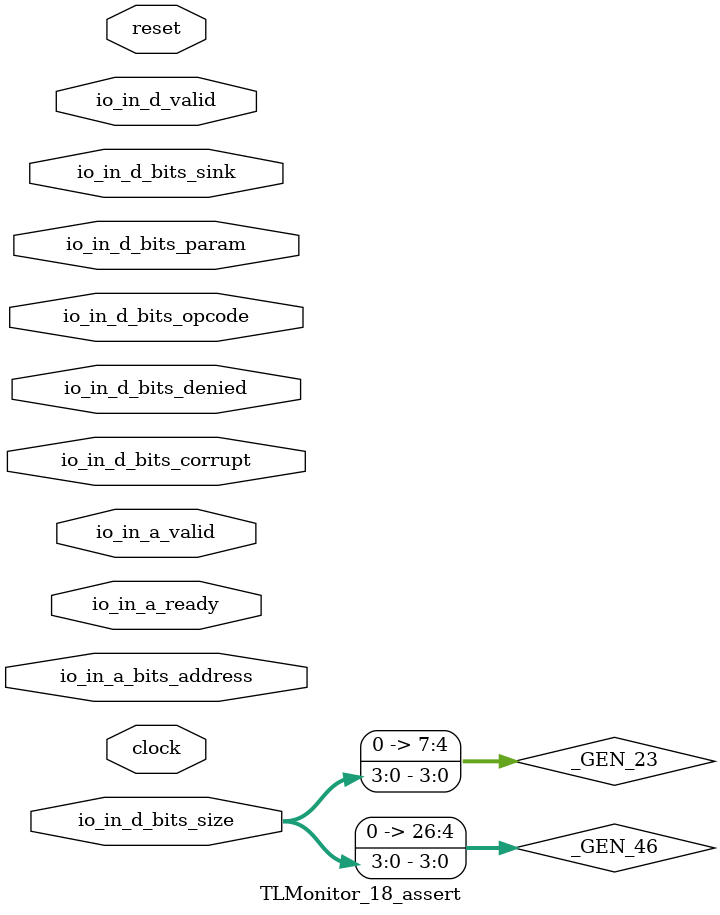
<source format=sv>

`ifndef PRINTF_COND_
  `ifdef PRINTF_COND
    `define PRINTF_COND_ (`PRINTF_COND)
  `else  // PRINTF_COND
    `define PRINTF_COND_ 1
  `endif // PRINTF_COND
`endif // not def PRINTF_COND_

// VCS coverage exclude_file
module TLMonitor_18_assert(
  input [28:0] io_in_a_bits_address,
  input [2:0]  io_in_d_bits_opcode,
  input [3:0]  io_in_d_bits_size,
  input [1:0]  io_in_d_bits_param,
  input        io_in_d_bits_corrupt,
               io_in_d_bits_denied,
               clock,
               reset,
               io_in_a_ready,
               io_in_a_valid,
               io_in_d_valid,
               io_in_d_bits_sink
);

  wire [31:0] _plusarg_reader_1_out;
  wire [31:0] _plusarg_reader_out;
  wire        mask_eq_2 = ~(io_in_a_bits_address[2]) & ~(io_in_a_bits_address[1]);
  wire        mask_eq_3 = ~(io_in_a_bits_address[2]) & io_in_a_bits_address[1];
  wire        mask_eq_4 = io_in_a_bits_address[2] & ~(io_in_a_bits_address[1]);
  wire        mask_eq_5 = io_in_a_bits_address[2] & io_in_a_bits_address[1];
  wire        _GEN = {io_in_a_bits_address[2] | mask_eq_5 & io_in_a_bits_address[0], io_in_a_bits_address[2] | mask_eq_5 & ~(io_in_a_bits_address[0]), io_in_a_bits_address[2] | mask_eq_4 & io_in_a_bits_address[0], io_in_a_bits_address[2] | mask_eq_4 & ~(io_in_a_bits_address[0]), ~(io_in_a_bits_address[2]) | mask_eq_3 & io_in_a_bits_address[0], ~(io_in_a_bits_address[2]) | mask_eq_3 & ~(io_in_a_bits_address[0]), ~(io_in_a_bits_address[2]) | mask_eq_2 & io_in_a_bits_address[0], ~(io_in_a_bits_address[2]) | mask_eq_2 & ~(io_in_a_bits_address[0])} == 8'hF;
  wire        _GEN_0 = {io_in_a_bits_address[28:14], ~(io_in_a_bits_address[13:12])} == 17'h0 | {io_in_a_bits_address[28:15], io_in_a_bits_address[13:12]} == 16'h0 | {io_in_a_bits_address[28:21], io_in_a_bits_address[20:17] ^ 4'h8, io_in_a_bits_address[15:12]} == 16'h0 | {io_in_a_bits_address[28:26], io_in_a_bits_address[25:16] ^ 10'h200} == 13'h0 | {io_in_a_bits_address[28:26], io_in_a_bits_address[25:12] ^ 14'h2010} == 17'h0 | {io_in_a_bits_address[28], ~(io_in_a_bits_address[27:26])} == 3'h0 | io_in_a_bits_address[28:12] == 17'h10020;
  wire        _GEN_1 = io_in_d_bits_opcode != 3'h7;
  wire        d_release_ack = io_in_d_bits_opcode == 3'h6;
  wire        _GEN_2 = io_in_d_bits_size > 4'h2;
  wire        _GEN_3 = io_in_d_bits_param != 2'h3;
  wire        _GEN_4 = io_in_d_bits_param != 2'h2;
  wire        _GEN_5 = ~io_in_d_bits_denied | io_in_d_bits_corrupt;
  wire        _GEN_6 = io_in_d_bits_opcode == 3'h0;
  wire        _a_first_T_1 = io_in_a_ready & io_in_a_valid;
  reg  [8:0]  a_first_counter;
  reg  [2:0]  opcode;
  reg  [2:0]  param;
  reg  [3:0]  size;
  reg         source;
  reg  [28:0] address;
  wire        _GEN_7 = size == 4'h2;
  wire        _GEN_8 = io_in_a_bits_address == address;
  reg  [8:0]  d_first_counter;
  reg  [2:0]  opcode_1;
  reg  [1:0]  param_1;
  reg  [3:0]  size_1;
  reg         source_1;
  reg         sink;
  reg         denied;
  wire        _GEN_9 = io_in_d_bits_opcode == opcode_1;
  wire        _GEN_10 = io_in_d_bits_param == param_1;
  wire        _GEN_11 = io_in_d_bits_size == size_1;
  wire        _GEN_12 = io_in_d_bits_sink == sink;
  wire        _GEN_13 = io_in_d_bits_denied == denied;
  reg         inflight;
  reg  [3:0]  inflight_opcodes;
  reg  [7:0]  inflight_sizes;
  reg  [8:0]  a_first_counter_1;
  wire        a_first_1 = a_first_counter_1 == 9'h0;
  reg  [8:0]  d_first_counter_1;
  wire        d_first_1 = d_first_counter_1 == 9'h0;
  wire        _same_cycle_resp_T_1 = io_in_a_valid & a_first_1;
  wire        _GEN_14 = _a_first_T_1 & a_first_1;
  wire        _GEN_15 = io_in_d_valid & d_first_1;
  wire        _GEN_16 = _GEN_15 & ~d_release_ack;
  wire        _GEN_17 = inflight | _same_cycle_resp_T_1;
  wire        _GEN_18 = io_in_d_bits_size == 4'h2;
  wire        _GEN_19 = inflight_opcodes[3:1] == 3'h4 | inflight_opcodes[3:1] == 3'h3 | inflight_opcodes[3:1] == 3'h2;
  wire        _GEN_20 = inflight_opcodes[3:1] == 3'h5;
  wire        _GEN_21 = inflight_opcodes[3:1] == 3'h6;
  wire        _GEN_22 = io_in_d_bits_opcode == ((&(inflight_opcodes[3:1])) | _GEN_21 ? 3'h4 : _GEN_20 ? 3'h2 : {2'h0, _GEN_19}) | io_in_d_bits_opcode == ((&(inflight_opcodes[3:1])) ? 3'h4 : _GEN_21 ? 3'h5 : _GEN_20 ? 3'h2 : {2'h0, _GEN_19});
  wire [7:0]  _GEN_23 = {4'h0, io_in_d_bits_size};
  wire        _GEN_24 = _GEN_23 == {1'h0, inflight_sizes[7:1]};
  wire        _GEN_25 = _same_cycle_resp_T_1 != _GEN_16 | ~_same_cycle_resp_T_1;
  reg  [31:0] watchdog;
  wire        _GEN_26 = ~inflight | _plusarg_reader_out == 32'h0 | watchdog < _plusarg_reader_out;
  reg         inflight_1;
  reg  [7:0]  inflight_sizes_1;
  reg  [8:0]  d_first_counter_2;
  wire        d_first_2 = d_first_counter_2 == 9'h0;
  wire        _GEN_27 = io_in_d_valid & d_first_2 & d_release_ack;
  wire        _GEN_28 = _GEN_23 == {1'h0, inflight_sizes_1[7:1]};
  reg  [31:0] watchdog_1;
  wire        _GEN_29 = ~inflight_1 | _plusarg_reader_1_out == 32'h0 | watchdog_1 < _plusarg_reader_1_out;
  wire        _GEN_30 = io_in_a_valid & ~reset;
  wire        _GEN_31 = io_in_d_valid & ~reset;
  wire        _GEN_32 = io_in_d_valid & d_release_ack & ~reset;
  wire        _GEN_33 = io_in_d_valid & io_in_d_bits_opcode == 3'h4 & ~reset;
  wire        _GEN_34 = io_in_d_valid & io_in_d_bits_opcode == 3'h5 & ~reset;
  wire        _GEN_35 = io_in_d_valid & _GEN_6 & ~reset;
  wire        _GEN_36 = io_in_d_valid & io_in_d_bits_opcode == 3'h1 & ~reset;
  wire        _GEN_37 = io_in_d_valid & io_in_d_bits_opcode == 3'h2 & ~reset;
  wire        _GEN_38 = io_in_a_valid & (|a_first_counter) & ~reset;
  wire        _GEN_39 = io_in_d_valid & (|d_first_counter) & ~reset;
  wire        _GEN_40 = _GEN_14 & ~reset;
  wire        _GEN_41 = _GEN_16 & ~reset;
  wire        _GEN_42 = _GEN_16 & _same_cycle_resp_T_1 & ~reset;
  wire        _GEN_43 = _GEN_16 & ~_same_cycle_resp_T_1 & ~reset;
  wire        _GEN_44 = _GEN_15 & a_first_1 & io_in_a_valid & ~d_release_ack & ~reset;
  wire        _GEN_45 = _GEN_27 & ~reset;
  `ifndef SYNTHESIS
    always @(posedge clock) begin
      if ((`PRINTF_COND_) & _GEN_30 & ~_GEN_0)
        $fwrite(32'h80000002, "Assertion failed: 'A' channel carries PutFull type which is unexpected using diplomatic parameters (connected at generators/rocket-chip/src/main/scala/tilelink/BusWrapper.scala:90:33)\n    at Monitor.scala:42 assert(cond, message)\n");
      if ((`PRINTF_COND_) & _GEN_30 & (|(io_in_a_bits_address[1:0])))
        $fwrite(32'h80000002, "Assertion failed: 'A' channel PutFull address not aligned to size (connected at generators/rocket-chip/src/main/scala/tilelink/BusWrapper.scala:90:33)\n    at Monitor.scala:42 assert(cond, message)\n");
      if ((`PRINTF_COND_) & _GEN_30 & ~_GEN)
        $fwrite(32'h80000002, "Assertion failed: 'A' channel PutFull contains invalid mask (connected at generators/rocket-chip/src/main/scala/tilelink/BusWrapper.scala:90:33)\n    at Monitor.scala:42 assert(cond, message)\n");
      if ((`PRINTF_COND_) & _GEN_31 & ~_GEN_1)
        $fwrite(32'h80000002, "Assertion failed: 'D' channel has invalid opcode (connected at generators/rocket-chip/src/main/scala/tilelink/BusWrapper.scala:90:33)\n    at Monitor.scala:49 assert(cond, message)\n");
      if ((`PRINTF_COND_) & _GEN_32 & ~_GEN_2)
        $fwrite(32'h80000002, "Assertion failed: 'D' channel ReleaseAck smaller than a beat (connected at generators/rocket-chip/src/main/scala/tilelink/BusWrapper.scala:90:33)\n    at Monitor.scala:49 assert(cond, message)\n");
      if ((`PRINTF_COND_) & _GEN_32 & (|io_in_d_bits_param))
        $fwrite(32'h80000002, "Assertion failed: 'D' channel ReleaseeAck carries invalid param (connected at generators/rocket-chip/src/main/scala/tilelink/BusWrapper.scala:90:33)\n    at Monitor.scala:49 assert(cond, message)\n");
      if ((`PRINTF_COND_) & _GEN_32 & io_in_d_bits_corrupt)
        $fwrite(32'h80000002, "Assertion failed: 'D' channel ReleaseAck is corrupt (connected at generators/rocket-chip/src/main/scala/tilelink/BusWrapper.scala:90:33)\n    at Monitor.scala:49 assert(cond, message)\n");
      if ((`PRINTF_COND_) & _GEN_32 & io_in_d_bits_denied)
        $fwrite(32'h80000002, "Assertion failed: 'D' channel ReleaseAck is denied (connected at generators/rocket-chip/src/main/scala/tilelink/BusWrapper.scala:90:33)\n    at Monitor.scala:49 assert(cond, message)\n");
      if ((`PRINTF_COND_) & _GEN_33)
        $fwrite(32'h80000002, "Assertion failed: 'D' channel Grant carries invalid sink ID (connected at generators/rocket-chip/src/main/scala/tilelink/BusWrapper.scala:90:33)\n    at Monitor.scala:49 assert(cond, message)\n");
      if ((`PRINTF_COND_) & _GEN_33 & ~_GEN_2)
        $fwrite(32'h80000002, "Assertion failed: 'D' channel Grant smaller than a beat (connected at generators/rocket-chip/src/main/scala/tilelink/BusWrapper.scala:90:33)\n    at Monitor.scala:49 assert(cond, message)\n");
      if ((`PRINTF_COND_) & _GEN_33 & ~_GEN_3)
        $fwrite(32'h80000002, "Assertion failed: 'D' channel Grant carries invalid cap param (connected at generators/rocket-chip/src/main/scala/tilelink/BusWrapper.scala:90:33)\n    at Monitor.scala:49 assert(cond, message)\n");
      if ((`PRINTF_COND_) & _GEN_33 & ~_GEN_4)
        $fwrite(32'h80000002, "Assertion failed: 'D' channel Grant carries toN param (connected at generators/rocket-chip/src/main/scala/tilelink/BusWrapper.scala:90:33)\n    at Monitor.scala:49 assert(cond, message)\n");
      if ((`PRINTF_COND_) & _GEN_33 & io_in_d_bits_corrupt)
        $fwrite(32'h80000002, "Assertion failed: 'D' channel Grant is corrupt (connected at generators/rocket-chip/src/main/scala/tilelink/BusWrapper.scala:90:33)\n    at Monitor.scala:49 assert(cond, message)\n");
      if ((`PRINTF_COND_) & _GEN_34)
        $fwrite(32'h80000002, "Assertion failed: 'D' channel GrantData carries invalid sink ID (connected at generators/rocket-chip/src/main/scala/tilelink/BusWrapper.scala:90:33)\n    at Monitor.scala:49 assert(cond, message)\n");
      if ((`PRINTF_COND_) & _GEN_34 & ~_GEN_2)
        $fwrite(32'h80000002, "Assertion failed: 'D' channel GrantData smaller than a beat (connected at generators/rocket-chip/src/main/scala/tilelink/BusWrapper.scala:90:33)\n    at Monitor.scala:49 assert(cond, message)\n");
      if ((`PRINTF_COND_) & _GEN_34 & ~_GEN_3)
        $fwrite(32'h80000002, "Assertion failed: 'D' channel GrantData carries invalid cap param (connected at generators/rocket-chip/src/main/scala/tilelink/BusWrapper.scala:90:33)\n    at Monitor.scala:49 assert(cond, message)\n");
      if ((`PRINTF_COND_) & _GEN_34 & ~_GEN_4)
        $fwrite(32'h80000002, "Assertion failed: 'D' channel GrantData carries toN param (connected at generators/rocket-chip/src/main/scala/tilelink/BusWrapper.scala:90:33)\n    at Monitor.scala:49 assert(cond, message)\n");
      if ((`PRINTF_COND_) & _GEN_34 & ~_GEN_5)
        $fwrite(32'h80000002, "Assertion failed: 'D' channel GrantData is denied but not corrupt (connected at generators/rocket-chip/src/main/scala/tilelink/BusWrapper.scala:90:33)\n    at Monitor.scala:49 assert(cond, message)\n");
      if ((`PRINTF_COND_) & _GEN_35 & (|io_in_d_bits_param))
        $fwrite(32'h80000002, "Assertion failed: 'D' channel AccessAck carries invalid param (connected at generators/rocket-chip/src/main/scala/tilelink/BusWrapper.scala:90:33)\n    at Monitor.scala:49 assert(cond, message)\n");
      if ((`PRINTF_COND_) & _GEN_35 & io_in_d_bits_corrupt)
        $fwrite(32'h80000002, "Assertion failed: 'D' channel AccessAck is corrupt (connected at generators/rocket-chip/src/main/scala/tilelink/BusWrapper.scala:90:33)\n    at Monitor.scala:49 assert(cond, message)\n");
      if ((`PRINTF_COND_) & _GEN_36 & (|io_in_d_bits_param))
        $fwrite(32'h80000002, "Assertion failed: 'D' channel AccessAckData carries invalid param (connected at generators/rocket-chip/src/main/scala/tilelink/BusWrapper.scala:90:33)\n    at Monitor.scala:49 assert(cond, message)\n");
      if ((`PRINTF_COND_) & _GEN_36 & ~_GEN_5)
        $fwrite(32'h80000002, "Assertion failed: 'D' channel AccessAckData is denied but not corrupt (connected at generators/rocket-chip/src/main/scala/tilelink/BusWrapper.scala:90:33)\n    at Monitor.scala:49 assert(cond, message)\n");
      if ((`PRINTF_COND_) & _GEN_37 & (|io_in_d_bits_param))
        $fwrite(32'h80000002, "Assertion failed: 'D' channel HintAck carries invalid param (connected at generators/rocket-chip/src/main/scala/tilelink/BusWrapper.scala:90:33)\n    at Monitor.scala:49 assert(cond, message)\n");
      if ((`PRINTF_COND_) & _GEN_37 & io_in_d_bits_corrupt)
        $fwrite(32'h80000002, "Assertion failed: 'D' channel HintAck is corrupt (connected at generators/rocket-chip/src/main/scala/tilelink/BusWrapper.scala:90:33)\n    at Monitor.scala:49 assert(cond, message)\n");
      if ((`PRINTF_COND_) & _GEN_38 & (|opcode))
        $fwrite(32'h80000002, "Assertion failed: 'A' channel opcode changed within multibeat operation (connected at generators/rocket-chip/src/main/scala/tilelink/BusWrapper.scala:90:33)\n    at Monitor.scala:42 assert(cond, message)\n");
      if ((`PRINTF_COND_) & _GEN_38 & (|param))
        $fwrite(32'h80000002, "Assertion failed: 'A' channel param changed within multibeat operation (connected at generators/rocket-chip/src/main/scala/tilelink/BusWrapper.scala:90:33)\n    at Monitor.scala:42 assert(cond, message)\n");
      if ((`PRINTF_COND_) & _GEN_38 & ~_GEN_7)
        $fwrite(32'h80000002, "Assertion failed: 'A' channel size changed within multibeat operation (connected at generators/rocket-chip/src/main/scala/tilelink/BusWrapper.scala:90:33)\n    at Monitor.scala:42 assert(cond, message)\n");
      if ((`PRINTF_COND_) & _GEN_38 & source)
        $fwrite(32'h80000002, "Assertion failed: 'A' channel source changed within multibeat operation (connected at generators/rocket-chip/src/main/scala/tilelink/BusWrapper.scala:90:33)\n    at Monitor.scala:42 assert(cond, message)\n");
      if ((`PRINTF_COND_) & _GEN_38 & ~_GEN_8)
        $fwrite(32'h80000002, "Assertion failed: 'A' channel address changed with multibeat operation (connected at generators/rocket-chip/src/main/scala/tilelink/BusWrapper.scala:90:33)\n    at Monitor.scala:42 assert(cond, message)\n");
      if ((`PRINTF_COND_) & _GEN_39 & ~_GEN_9)
        $fwrite(32'h80000002, "Assertion failed: 'D' channel opcode changed within multibeat operation (connected at generators/rocket-chip/src/main/scala/tilelink/BusWrapper.scala:90:33)\n    at Monitor.scala:49 assert(cond, message)\n");
      if ((`PRINTF_COND_) & _GEN_39 & ~_GEN_10)
        $fwrite(32'h80000002, "Assertion failed: 'D' channel param changed within multibeat operation (connected at generators/rocket-chip/src/main/scala/tilelink/BusWrapper.scala:90:33)\n    at Monitor.scala:49 assert(cond, message)\n");
      if ((`PRINTF_COND_) & _GEN_39 & ~_GEN_11)
        $fwrite(32'h80000002, "Assertion failed: 'D' channel size changed within multibeat operation (connected at generators/rocket-chip/src/main/scala/tilelink/BusWrapper.scala:90:33)\n    at Monitor.scala:49 assert(cond, message)\n");
      if ((`PRINTF_COND_) & _GEN_39 & source_1)
        $fwrite(32'h80000002, "Assertion failed: 'D' channel source changed within multibeat operation (connected at generators/rocket-chip/src/main/scala/tilelink/BusWrapper.scala:90:33)\n    at Monitor.scala:49 assert(cond, message)\n");
      if ((`PRINTF_COND_) & _GEN_39 & ~_GEN_12)
        $fwrite(32'h80000002, "Assertion failed: 'D' channel sink changed with multibeat operation (connected at generators/rocket-chip/src/main/scala/tilelink/BusWrapper.scala:90:33)\n    at Monitor.scala:49 assert(cond, message)\n");
      if ((`PRINTF_COND_) & _GEN_39 & ~_GEN_13)
        $fwrite(32'h80000002, "Assertion failed: 'D' channel denied changed with multibeat operation (connected at generators/rocket-chip/src/main/scala/tilelink/BusWrapper.scala:90:33)\n    at Monitor.scala:49 assert(cond, message)\n");
      if ((`PRINTF_COND_) & _GEN_40 & inflight)
        $fwrite(32'h80000002, "Assertion failed: 'A' channel re-used a source ID (connected at generators/rocket-chip/src/main/scala/tilelink/BusWrapper.scala:90:33)\n    at Monitor.scala:42 assert(cond, message)\n");
      if ((`PRINTF_COND_) & _GEN_41 & ~_GEN_17)
        $fwrite(32'h80000002, "Assertion failed: 'D' channel acknowledged for nothing inflight (connected at generators/rocket-chip/src/main/scala/tilelink/BusWrapper.scala:90:33)\n    at Monitor.scala:49 assert(cond, message)\n");
      if ((`PRINTF_COND_) & _GEN_42 & ~_GEN_6)
        $fwrite(32'h80000002, "Assertion failed: 'D' channel contains improper opcode response (connected at generators/rocket-chip/src/main/scala/tilelink/BusWrapper.scala:90:33)\n    at Monitor.scala:49 assert(cond, message)\n");
      if ((`PRINTF_COND_) & _GEN_42 & ~_GEN_18)
        $fwrite(32'h80000002, "Assertion failed: 'D' channel contains improper response size (connected at generators/rocket-chip/src/main/scala/tilelink/BusWrapper.scala:90:33)\n    at Monitor.scala:49 assert(cond, message)\n");
      if ((`PRINTF_COND_) & _GEN_43 & ~_GEN_22)
        $fwrite(32'h80000002, "Assertion failed: 'D' channel contains improper opcode response (connected at generators/rocket-chip/src/main/scala/tilelink/BusWrapper.scala:90:33)\n    at Monitor.scala:49 assert(cond, message)\n");
      if ((`PRINTF_COND_) & _GEN_43 & ~_GEN_24)
        $fwrite(32'h80000002, "Assertion failed: 'D' channel contains improper response size (connected at generators/rocket-chip/src/main/scala/tilelink/BusWrapper.scala:90:33)\n    at Monitor.scala:49 assert(cond, message)\n");
      if ((`PRINTF_COND_) & _GEN_44 & ~io_in_a_ready)
        $fwrite(32'h80000002, "Assertion failed: ready check\n    at Monitor.scala:49 assert(cond, message)\n");
      if ((`PRINTF_COND_) & ~reset & ~_GEN_25)
        $fwrite(32'h80000002, "Assertion failed: 'A' and 'D' concurrent, despite minlatency 2 (connected at generators/rocket-chip/src/main/scala/tilelink/BusWrapper.scala:90:33)\n    at Monitor.scala:49 assert(cond, message)\n");
      if ((`PRINTF_COND_) & ~reset & ~_GEN_26)
        $fwrite(32'h80000002, "Assertion failed: TileLink timeout expired (connected at generators/rocket-chip/src/main/scala/tilelink/BusWrapper.scala:90:33)\n    at Monitor.scala:42 assert(cond, message)\n");
      if ((`PRINTF_COND_) & _GEN_45 & ~inflight_1)
        $fwrite(32'h80000002, "Assertion failed: 'D' channel acknowledged for nothing inflight (connected at generators/rocket-chip/src/main/scala/tilelink/BusWrapper.scala:90:33)\n    at Monitor.scala:49 assert(cond, message)\n");
      if ((`PRINTF_COND_) & _GEN_45 & ~_GEN_28)
        $fwrite(32'h80000002, "Assertion failed: 'D' channel contains improper response size (connected at generators/rocket-chip/src/main/scala/tilelink/BusWrapper.scala:90:33)\n    at Monitor.scala:49 assert(cond, message)\n");
      if ((`PRINTF_COND_) & ~reset & ~_GEN_29)
        $fwrite(32'h80000002, "Assertion failed: TileLink timeout expired (connected at generators/rocket-chip/src/main/scala/tilelink/BusWrapper.scala:90:33)\n    at Monitor.scala:42 assert(cond, message)\n");
    end // always @(posedge)
  `endif // not def SYNTHESIS
  wire [26:0] _GEN_46 = {23'h0, io_in_d_bits_size};
  wire [26:0] _d_first_beats1_decode_T_1 = 27'hFFF << _GEN_46;
  wire [26:0] _d_first_beats1_decode_T_5 = 27'hFFF << _GEN_46;
  wire [26:0] _d_first_beats1_decode_T_9 = 27'hFFF << _GEN_46;
  wire        _GEN_47 = _a_first_T_1 & ~(|a_first_counter);
  wire        _GEN_48 = io_in_d_valid & ~(|d_first_counter);
  always @(posedge clock) begin
    if (_GEN_30) begin
      assert__assert_26: assert(_GEN_0);
      assert__assert_28: assert(~(|(io_in_a_bits_address[1:0])));
      assert__assert_30: assert(_GEN);
    end
    if (_GEN_31)
      assert__assert_52: assert(_GEN_1);
    if (_GEN_32) begin
      assert__assert_54: assert(_GEN_2);
      assert__assert_55: assert(~(|io_in_d_bits_param));
      assert__assert_56: assert(~io_in_d_bits_corrupt);
      assert__assert_57: assert(~io_in_d_bits_denied);
    end
    if (_GEN_33) begin
      assert__assert_59: assert(1'h0);
      assert__assert_60: assert(_GEN_2);
      assert__assert_61: assert(_GEN_3);
      assert__assert_62: assert(_GEN_4);
      assert__assert_63: assert(~io_in_d_bits_corrupt);
    end
    if (_GEN_34) begin
      assert__assert_66: assert(1'h0);
      assert__assert_67: assert(_GEN_2);
      assert__assert_68: assert(_GEN_3);
      assert__assert_69: assert(_GEN_4);
      assert__assert_70: assert(_GEN_5);
    end
    if (_GEN_35) begin
      assert__assert_73: assert(~(|io_in_d_bits_param));
      assert__assert_74: assert(~io_in_d_bits_corrupt);
    end
    if (_GEN_36) begin
      assert__assert_77: assert(~(|io_in_d_bits_param));
      assert__assert_78: assert(_GEN_5);
    end
    if (_GEN_37) begin
      assert__assert_81: assert(~(|io_in_d_bits_param));
      assert__assert_82: assert(~io_in_d_bits_corrupt);
    end
    if (_GEN_38) begin
      assert__assert_87: assert(~(|opcode));
      assert__assert_88: assert(~(|param));
      assert__assert_89: assert(_GEN_7);
      assert__assert_90: assert(~source);
      assert__assert_91: assert(_GEN_8);
    end
    if (_GEN_39) begin
      assert__assert_92: assert(_GEN_9);
      assert__assert_93: assert(_GEN_10);
      assert__assert_94: assert(_GEN_11);
      assert__assert_95: assert(~source_1);
      assert__assert_96: assert(_GEN_12);
      assert__assert_97: assert(_GEN_13);
    end
    if (_GEN_40)
      assert__assert_98: assert(~inflight);
    if (_GEN_41)
      assert__assert_99: assert(_GEN_17);
    if (_GEN_42) begin
      assert__assert_100: assert(_GEN_6);
      assert__assert_101: assert(_GEN_18);
    end
    if (_GEN_43) begin
      assert__assert_102: assert(_GEN_22);
      assert__assert_103: assert(_GEN_24);
    end
    if (_GEN_44)
      assert__assert_104: assert(io_in_a_ready);
    if (~reset) begin
      assert__assert_105: assert(_GEN_25);
      assert__assert_106: assert(_GEN_26);
    end
    if (_GEN_45) begin
      assert__assert_108: assert(inflight_1);
      assert__assert_110: assert(_GEN_28);
    end
    if (~reset)
      assert__assert_113: assert(_GEN_29);
    if (reset) begin
      a_first_counter <= 9'h0;
      d_first_counter <= 9'h0;
      inflight <= 1'h0;
      inflight_opcodes <= 4'h0;
      inflight_sizes <= 8'h0;
      a_first_counter_1 <= 9'h0;
      d_first_counter_1 <= 9'h0;
      watchdog <= 32'h0;
      inflight_1 <= 1'h0;
      inflight_sizes_1 <= 8'h0;
      d_first_counter_2 <= 9'h0;
      watchdog_1 <= 32'h0;
    end
    else begin
      if (_a_first_T_1) begin
        if (|a_first_counter)
          a_first_counter <= a_first_counter - 9'h1;
        else
          a_first_counter <= 9'h0;
        if (a_first_1)
          a_first_counter_1 <= 9'h0;
        else
          a_first_counter_1 <= a_first_counter_1 - 9'h1;
      end
      if (io_in_d_valid) begin
        if (|d_first_counter)
          d_first_counter <= d_first_counter - 9'h1;
        else if (io_in_d_bits_opcode[0])
          d_first_counter <= ~(_d_first_beats1_decode_T_1[11:3]);
        else
          d_first_counter <= 9'h0;
        if (d_first_1) begin
          if (io_in_d_bits_opcode[0])
            d_first_counter_1 <= ~(_d_first_beats1_decode_T_5[11:3]);
          else
            d_first_counter_1 <= 9'h0;
        end
        else
          d_first_counter_1 <= d_first_counter_1 - 9'h1;
        if (d_first_2) begin
          if (io_in_d_bits_opcode[0])
            d_first_counter_2 <= ~(_d_first_beats1_decode_T_9[11:3]);
          else
            d_first_counter_2 <= 9'h0;
        end
        else
          d_first_counter_2 <= d_first_counter_2 - 9'h1;
        watchdog_1 <= 32'h0;
      end
      else
        watchdog_1 <= watchdog_1 + 32'h1;
      inflight <= (inflight | _GEN_14) & ~_GEN_16;
      inflight_opcodes <= (inflight_opcodes | (_GEN_14 ? {3'h0, _GEN_14} : 4'h0)) & ~{4{_GEN_16}};
      inflight_sizes <= (inflight_sizes | (_GEN_14 ? {3'h0, _GEN_14 ? 5'h5 : 5'h0} : 8'h0)) & ~{8{_GEN_16}};
      if (_a_first_T_1 | io_in_d_valid)
        watchdog <= 32'h0;
      else
        watchdog <= watchdog + 32'h1;
      inflight_1 <= inflight_1 & ~_GEN_27;
      inflight_sizes_1 <= inflight_sizes_1 & ~{8{_GEN_27}};
    end
    if (_GEN_47) begin
      opcode <= 3'h0;
      param <= 3'h0;
      size <= 4'h2;
      address <= io_in_a_bits_address;
    end
    source <= ~_GEN_47 & source;
    if (_GEN_48) begin
      opcode_1 <= io_in_d_bits_opcode;
      param_1 <= io_in_d_bits_param;
      size_1 <= io_in_d_bits_size;
      sink <= io_in_d_bits_sink;
      denied <= io_in_d_bits_denied;
    end
    source_1 <= ~_GEN_48 & source_1;
  end // always @(posedge)
  plusarg_reader #(
    .DEFAULT(0),
    .FORMAT("tilelink_timeout=%d"),
    .WIDTH(32)
  ) plusarg_reader (
    .out (_plusarg_reader_out)
  );
  plusarg_reader #(
    .DEFAULT(0),
    .FORMAT("tilelink_timeout=%d"),
    .WIDTH(32)
  ) plusarg_reader_1 (
    .out (_plusarg_reader_1_out)
  );
endmodule


</source>
